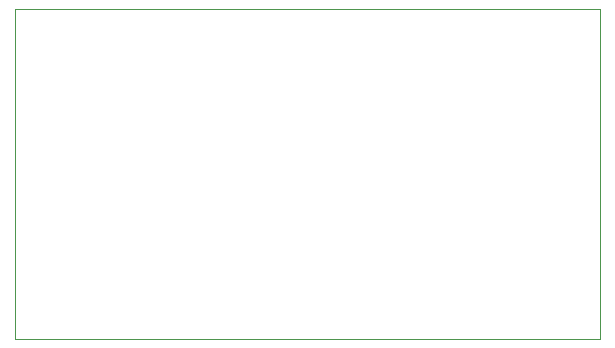
<source format=gbr>
G04 (created by PCBNEW (2013-07-07 BZR 4022)-stable) date 24/05/2018 08:43:11*
%MOIN*%
G04 Gerber Fmt 3.4, Leading zero omitted, Abs format*
%FSLAX34Y34*%
G01*
G70*
G90*
G04 APERTURE LIST*
%ADD10C,0.00590551*%
%ADD11C,0.00393701*%
G04 APERTURE END LIST*
G54D10*
G54D11*
X72000Y-65250D02*
X91500Y-65250D01*
X72000Y-54250D02*
X91500Y-54250D01*
X91500Y-54250D02*
X91500Y-65250D01*
X72000Y-54250D02*
X72000Y-65250D01*
M02*

</source>
